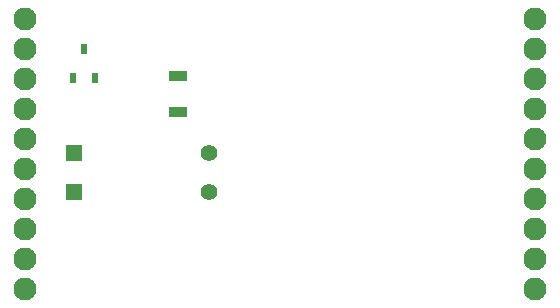
<source format=gbr>
%TF.GenerationSoftware,KiCad,Pcbnew,8.0.8*%
%TF.CreationDate,2025-03-02T21:09:17-05:00*%
%TF.ProjectId,Throttle Latching Module V3.1,5468726f-7474-46c6-9520-4c6174636869,rev?*%
%TF.SameCoordinates,Original*%
%TF.FileFunction,Soldermask,Top*%
%TF.FilePolarity,Negative*%
%FSLAX46Y46*%
G04 Gerber Fmt 4.6, Leading zero omitted, Abs format (unit mm)*
G04 Created by KiCad (PCBNEW 8.0.8) date 2025-03-02 21:09:17*
%MOMM*%
%LPD*%
G01*
G04 APERTURE LIST*
%ADD10R,0.558800X0.863600*%
%ADD11R,1.397000X1.397000*%
%ADD12C,1.397000*%
%ADD13C,1.954000*%
%ADD14R,1.600200X0.863600*%
G04 APERTURE END LIST*
D10*
%TO.C,U1*%
X26595000Y-27500000D03*
X28500000Y-27500000D03*
X27547500Y-25112400D03*
%TD*%
D11*
%TO.C,R2*%
X26670000Y-37200000D03*
D12*
X38100000Y-37200000D03*
%TD*%
D13*
%TO.C,J1*%
X22550000Y-22550000D03*
X22550000Y-25090000D03*
X22550000Y-27630000D03*
X22550000Y-30170000D03*
X22550000Y-32710000D03*
X22550000Y-35250000D03*
X22550000Y-37790000D03*
X22550000Y-40330000D03*
X22550000Y-42870000D03*
X22550000Y-45410000D03*
%TD*%
D14*
%TO.C,D1*%
X35500000Y-30400000D03*
X35500000Y-27352000D03*
%TD*%
D11*
%TO.C,R1*%
X26670000Y-33846800D03*
D12*
X38100000Y-33846800D03*
%TD*%
D13*
%TO.C,J2*%
X65730000Y-22550000D03*
X65730000Y-25090000D03*
X65730000Y-27630000D03*
X65730000Y-30170000D03*
X65730000Y-32710000D03*
X65730000Y-35250000D03*
X65730000Y-37790000D03*
X65730000Y-40330000D03*
X65730000Y-42870000D03*
X65730000Y-45410000D03*
%TD*%
M02*

</source>
